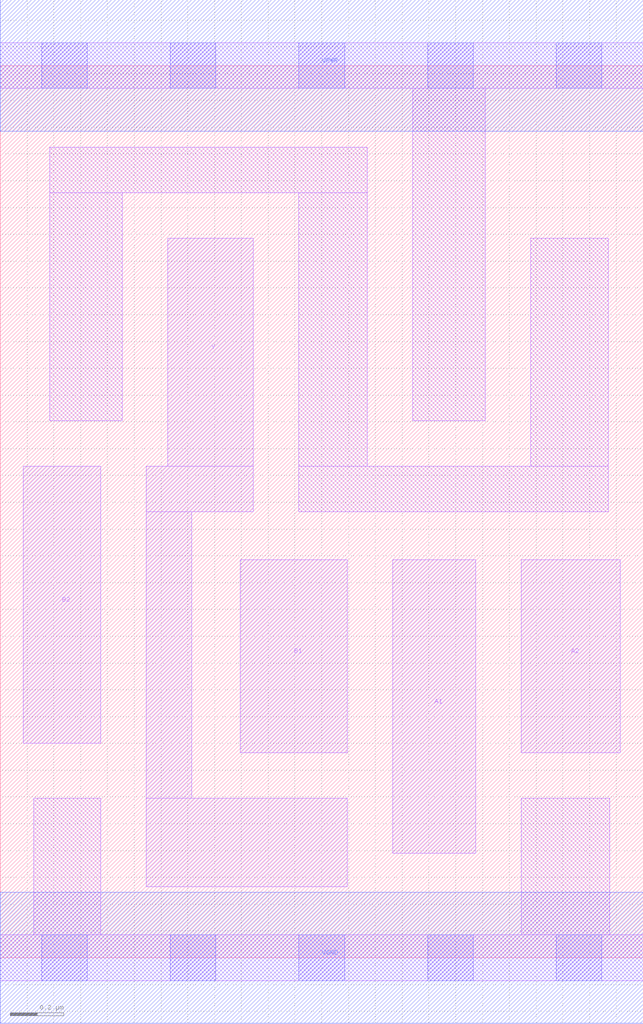
<source format=lef>
# Copyright 2020 The SkyWater PDK Authors
#
# Licensed under the Apache License, Version 2.0 (the "License");
# you may not use this file except in compliance with the License.
# You may obtain a copy of the License at
#
#     https://www.apache.org/licenses/LICENSE-2.0
#
# Unless required by applicable law or agreed to in writing, software
# distributed under the License is distributed on an "AS IS" BASIS,
# WITHOUT WARRANTIES OR CONDITIONS OF ANY KIND, either express or implied.
# See the License for the specific language governing permissions and
# limitations under the License.
#
# SPDX-License-Identifier: Apache-2.0

VERSION 5.7 ;
  NAMESCASESENSITIVE ON ;
  NOWIREEXTENSIONATPIN ON ;
  DIVIDERCHAR "/" ;
  BUSBITCHARS "[]" ;
UNITS
  DATABASE MICRONS 200 ;
END UNITS
MACRO sky130_fd_sc_lp__a22oi_0
  CLASS CORE ;
  SOURCE USER ;
  FOREIGN sky130_fd_sc_lp__a22oi_0 ;
  ORIGIN  0.000000  0.000000 ;
  SIZE  2.400000 BY  3.330000 ;
  SYMMETRY X Y R90 ;
  SITE unit ;
  PIN A1
    ANTENNAGATEAREA  0.159000 ;
    DIRECTION INPUT ;
    USE SIGNAL ;
    PORT
      LAYER li1 ;
        RECT 1.465000 0.390000 1.775000 1.485000 ;
    END
  END A1
  PIN A2
    ANTENNAGATEAREA  0.159000 ;
    DIRECTION INPUT ;
    USE SIGNAL ;
    PORT
      LAYER li1 ;
        RECT 1.945000 0.765000 2.315000 1.485000 ;
    END
  END A2
  PIN B1
    ANTENNAGATEAREA  0.159000 ;
    DIRECTION INPUT ;
    USE SIGNAL ;
    PORT
      LAYER li1 ;
        RECT 0.895000 0.765000 1.295000 1.485000 ;
    END
  END B1
  PIN B2
    ANTENNAGATEAREA  0.159000 ;
    DIRECTION INPUT ;
    USE SIGNAL ;
    PORT
      LAYER li1 ;
        RECT 0.085000 0.800000 0.375000 1.835000 ;
    END
  END B2
  PIN Y
    ANTENNADIFFAREA  0.355600 ;
    DIRECTION OUTPUT ;
    USE SIGNAL ;
    PORT
      LAYER li1 ;
        RECT 0.545000 0.265000 1.295000 0.595000 ;
        RECT 0.545000 0.595000 0.715000 1.665000 ;
        RECT 0.545000 1.665000 0.945000 1.835000 ;
        RECT 0.625000 1.835000 0.945000 2.685000 ;
    END
  END Y
  PIN VGND
    DIRECTION INOUT ;
    USE GROUND ;
    PORT
      LAYER met1 ;
        RECT 0.000000 -0.245000 2.400000 0.245000 ;
    END
  END VGND
  PIN VPWR
    DIRECTION INOUT ;
    USE POWER ;
    PORT
      LAYER met1 ;
        RECT 0.000000 3.085000 2.400000 3.575000 ;
    END
  END VPWR
  OBS
    LAYER li1 ;
      RECT 0.000000 -0.085000 2.400000 0.085000 ;
      RECT 0.000000  3.245000 2.400000 3.415000 ;
      RECT 0.125000  0.085000 0.375000 0.595000 ;
      RECT 0.185000  2.005000 0.455000 2.855000 ;
      RECT 0.185000  2.855000 1.370000 3.025000 ;
      RECT 1.115000  1.665000 2.270000 1.835000 ;
      RECT 1.115000  1.835000 1.370000 2.855000 ;
      RECT 1.540000  2.005000 1.810000 3.245000 ;
      RECT 1.945000  0.085000 2.275000 0.595000 ;
      RECT 1.980000  1.835000 2.270000 2.685000 ;
    LAYER mcon ;
      RECT 0.155000 -0.085000 0.325000 0.085000 ;
      RECT 0.155000  3.245000 0.325000 3.415000 ;
      RECT 0.635000 -0.085000 0.805000 0.085000 ;
      RECT 0.635000  3.245000 0.805000 3.415000 ;
      RECT 1.115000 -0.085000 1.285000 0.085000 ;
      RECT 1.115000  3.245000 1.285000 3.415000 ;
      RECT 1.595000 -0.085000 1.765000 0.085000 ;
      RECT 1.595000  3.245000 1.765000 3.415000 ;
      RECT 2.075000 -0.085000 2.245000 0.085000 ;
      RECT 2.075000  3.245000 2.245000 3.415000 ;
  END
END sky130_fd_sc_lp__a22oi_0

</source>
